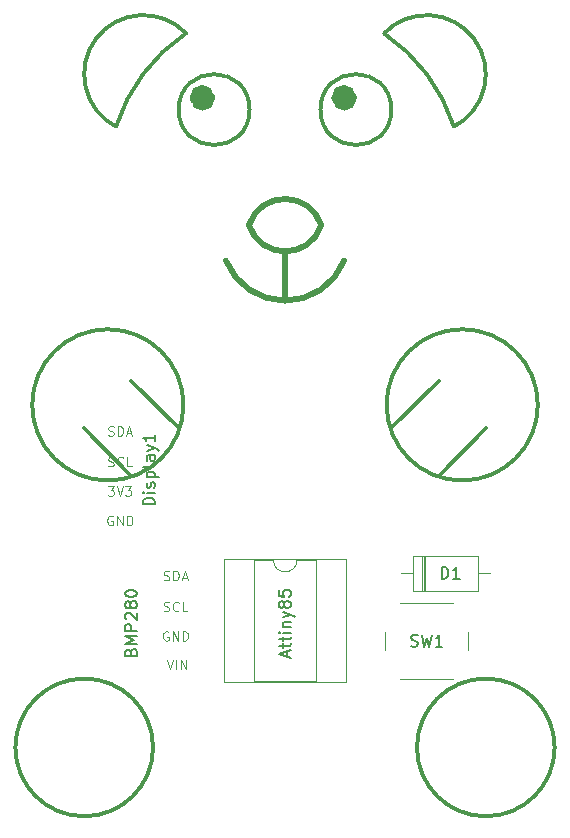
<source format=gbr>
%TF.GenerationSoftware,KiCad,Pcbnew,7.0.2-1.fc38*%
%TF.CreationDate,2023-05-30T17:38:37+02:00*%
%TF.ProjectId,Attiny_termometro,41747469-6e79-45f7-9465-726d6f6d6574,rev?*%
%TF.SameCoordinates,Original*%
%TF.FileFunction,Legend,Top*%
%TF.FilePolarity,Positive*%
%FSLAX46Y46*%
G04 Gerber Fmt 4.6, Leading zero omitted, Abs format (unit mm)*
G04 Created by KiCad (PCBNEW 7.0.2-1.fc38) date 2023-05-30 17:38:37*
%MOMM*%
%LPD*%
G01*
G04 APERTURE LIST*
%ADD10C,0.300000*%
%ADD11C,0.500000*%
%ADD12C,1.075000*%
%ADD13C,0.150000*%
%ADD14C,0.100000*%
%ADD15C,0.120000*%
G04 APERTURE END LIST*
D10*
X107830952Y-123000000D02*
G75*
G03*
X107830952Y-123000000I-5830952J0D01*
G01*
X94000000Y-69000000D02*
G75*
G03*
X94000000Y-69000000I-3000000J0D01*
G01*
X106403124Y-94000000D02*
G75*
G03*
X106403124Y-94000000I-6403124J0D01*
G01*
X76627850Y-62552044D02*
G75*
G03*
X70690000Y-70440000I-3627850J-3447956D01*
G01*
D11*
X85000000Y-81000000D02*
X85004012Y-85178838D01*
D10*
X99288184Y-70446470D02*
G75*
G03*
X93380001Y-62550001I-2288184J4446470D01*
G01*
D12*
X90537500Y-68000000D02*
G75*
G03*
X90537500Y-68000000I-537500J0D01*
G01*
D11*
X88071849Y-78793681D02*
G75*
G03*
X81942872Y-78773293I-3067849J-1000019D01*
G01*
X80004014Y-81793674D02*
G75*
G03*
X90004010Y-81793674I4999998J2000000D01*
G01*
D10*
X82000000Y-69000000D02*
G75*
G03*
X82000000Y-69000000I-3000000J0D01*
G01*
X76000000Y-96000000D02*
X72000000Y-92000000D01*
X98000000Y-100000000D02*
X102000000Y-96000000D01*
X76618087Y-62537528D02*
G75*
G03*
X70690001Y-70440000I8381913J-12462472D01*
G01*
D12*
X78537500Y-68000000D02*
G75*
G03*
X78537500Y-68000000I-537500J0D01*
G01*
D10*
X72000000Y-100000000D02*
X68000000Y-96000000D01*
D11*
X81942872Y-78773293D02*
G75*
G03*
X88071870Y-78793674I3067858J1000003D01*
G01*
D10*
X76403124Y-94000000D02*
G75*
G03*
X76403124Y-94000000I-6403124J0D01*
G01*
X99298983Y-70443030D02*
G75*
G03*
X93380001Y-62550001I-14298983J-4556970D01*
G01*
X94000000Y-96000000D02*
X98000000Y-92000000D01*
X73830952Y-123000000D02*
G75*
G03*
X73830952Y-123000000I-5830952J0D01*
G01*
D13*
%TO.C,Display1*%
X73962619Y-102428571D02*
X72962619Y-102428571D01*
X72962619Y-102428571D02*
X72962619Y-102190476D01*
X72962619Y-102190476D02*
X73010238Y-102047619D01*
X73010238Y-102047619D02*
X73105476Y-101952381D01*
X73105476Y-101952381D02*
X73200714Y-101904762D01*
X73200714Y-101904762D02*
X73391190Y-101857143D01*
X73391190Y-101857143D02*
X73534047Y-101857143D01*
X73534047Y-101857143D02*
X73724523Y-101904762D01*
X73724523Y-101904762D02*
X73819761Y-101952381D01*
X73819761Y-101952381D02*
X73915000Y-102047619D01*
X73915000Y-102047619D02*
X73962619Y-102190476D01*
X73962619Y-102190476D02*
X73962619Y-102428571D01*
X73962619Y-101428571D02*
X73295952Y-101428571D01*
X72962619Y-101428571D02*
X73010238Y-101476190D01*
X73010238Y-101476190D02*
X73057857Y-101428571D01*
X73057857Y-101428571D02*
X73010238Y-101380952D01*
X73010238Y-101380952D02*
X72962619Y-101428571D01*
X72962619Y-101428571D02*
X73057857Y-101428571D01*
X73915000Y-101000000D02*
X73962619Y-100904762D01*
X73962619Y-100904762D02*
X73962619Y-100714286D01*
X73962619Y-100714286D02*
X73915000Y-100619048D01*
X73915000Y-100619048D02*
X73819761Y-100571429D01*
X73819761Y-100571429D02*
X73772142Y-100571429D01*
X73772142Y-100571429D02*
X73676904Y-100619048D01*
X73676904Y-100619048D02*
X73629285Y-100714286D01*
X73629285Y-100714286D02*
X73629285Y-100857143D01*
X73629285Y-100857143D02*
X73581666Y-100952381D01*
X73581666Y-100952381D02*
X73486428Y-101000000D01*
X73486428Y-101000000D02*
X73438809Y-101000000D01*
X73438809Y-101000000D02*
X73343571Y-100952381D01*
X73343571Y-100952381D02*
X73295952Y-100857143D01*
X73295952Y-100857143D02*
X73295952Y-100714286D01*
X73295952Y-100714286D02*
X73343571Y-100619048D01*
X73295952Y-100142857D02*
X74295952Y-100142857D01*
X73343571Y-100142857D02*
X73295952Y-100047619D01*
X73295952Y-100047619D02*
X73295952Y-99857143D01*
X73295952Y-99857143D02*
X73343571Y-99761905D01*
X73343571Y-99761905D02*
X73391190Y-99714286D01*
X73391190Y-99714286D02*
X73486428Y-99666667D01*
X73486428Y-99666667D02*
X73772142Y-99666667D01*
X73772142Y-99666667D02*
X73867380Y-99714286D01*
X73867380Y-99714286D02*
X73915000Y-99761905D01*
X73915000Y-99761905D02*
X73962619Y-99857143D01*
X73962619Y-99857143D02*
X73962619Y-100047619D01*
X73962619Y-100047619D02*
X73915000Y-100142857D01*
X73962619Y-99095238D02*
X73915000Y-99190476D01*
X73915000Y-99190476D02*
X73819761Y-99238095D01*
X73819761Y-99238095D02*
X72962619Y-99238095D01*
X73962619Y-98285714D02*
X73438809Y-98285714D01*
X73438809Y-98285714D02*
X73343571Y-98333333D01*
X73343571Y-98333333D02*
X73295952Y-98428571D01*
X73295952Y-98428571D02*
X73295952Y-98619047D01*
X73295952Y-98619047D02*
X73343571Y-98714285D01*
X73915000Y-98285714D02*
X73962619Y-98380952D01*
X73962619Y-98380952D02*
X73962619Y-98619047D01*
X73962619Y-98619047D02*
X73915000Y-98714285D01*
X73915000Y-98714285D02*
X73819761Y-98761904D01*
X73819761Y-98761904D02*
X73724523Y-98761904D01*
X73724523Y-98761904D02*
X73629285Y-98714285D01*
X73629285Y-98714285D02*
X73581666Y-98619047D01*
X73581666Y-98619047D02*
X73581666Y-98380952D01*
X73581666Y-98380952D02*
X73534047Y-98285714D01*
X73295952Y-97904761D02*
X73962619Y-97666666D01*
X73295952Y-97428571D02*
X73962619Y-97666666D01*
X73962619Y-97666666D02*
X74200714Y-97761904D01*
X74200714Y-97761904D02*
X74248333Y-97809523D01*
X74248333Y-97809523D02*
X74295952Y-97904761D01*
X73962619Y-96523809D02*
X73962619Y-97095237D01*
X73962619Y-96809523D02*
X72962619Y-96809523D01*
X72962619Y-96809523D02*
X73105476Y-96904761D01*
X73105476Y-96904761D02*
X73200714Y-96999999D01*
X73200714Y-96999999D02*
X73248333Y-97095237D01*
D14*
X70409523Y-103440190D02*
X70333333Y-103402095D01*
X70333333Y-103402095D02*
X70219047Y-103402095D01*
X70219047Y-103402095D02*
X70104761Y-103440190D01*
X70104761Y-103440190D02*
X70028571Y-103516380D01*
X70028571Y-103516380D02*
X69990476Y-103592571D01*
X69990476Y-103592571D02*
X69952380Y-103744952D01*
X69952380Y-103744952D02*
X69952380Y-103859238D01*
X69952380Y-103859238D02*
X69990476Y-104011619D01*
X69990476Y-104011619D02*
X70028571Y-104087809D01*
X70028571Y-104087809D02*
X70104761Y-104164000D01*
X70104761Y-104164000D02*
X70219047Y-104202095D01*
X70219047Y-104202095D02*
X70295238Y-104202095D01*
X70295238Y-104202095D02*
X70409523Y-104164000D01*
X70409523Y-104164000D02*
X70447619Y-104125904D01*
X70447619Y-104125904D02*
X70447619Y-103859238D01*
X70447619Y-103859238D02*
X70295238Y-103859238D01*
X70790476Y-104202095D02*
X70790476Y-103402095D01*
X70790476Y-103402095D02*
X71247619Y-104202095D01*
X71247619Y-104202095D02*
X71247619Y-103402095D01*
X71628571Y-104202095D02*
X71628571Y-103402095D01*
X71628571Y-103402095D02*
X71819047Y-103402095D01*
X71819047Y-103402095D02*
X71933333Y-103440190D01*
X71933333Y-103440190D02*
X72009523Y-103516380D01*
X72009523Y-103516380D02*
X72047618Y-103592571D01*
X72047618Y-103592571D02*
X72085714Y-103744952D01*
X72085714Y-103744952D02*
X72085714Y-103859238D01*
X72085714Y-103859238D02*
X72047618Y-104011619D01*
X72047618Y-104011619D02*
X72009523Y-104087809D01*
X72009523Y-104087809D02*
X71933333Y-104164000D01*
X71933333Y-104164000D02*
X71819047Y-104202095D01*
X71819047Y-104202095D02*
X71628571Y-104202095D01*
X70052380Y-99164000D02*
X70166666Y-99202095D01*
X70166666Y-99202095D02*
X70357142Y-99202095D01*
X70357142Y-99202095D02*
X70433333Y-99164000D01*
X70433333Y-99164000D02*
X70471428Y-99125904D01*
X70471428Y-99125904D02*
X70509523Y-99049714D01*
X70509523Y-99049714D02*
X70509523Y-98973523D01*
X70509523Y-98973523D02*
X70471428Y-98897333D01*
X70471428Y-98897333D02*
X70433333Y-98859238D01*
X70433333Y-98859238D02*
X70357142Y-98821142D01*
X70357142Y-98821142D02*
X70204761Y-98783047D01*
X70204761Y-98783047D02*
X70128571Y-98744952D01*
X70128571Y-98744952D02*
X70090476Y-98706857D01*
X70090476Y-98706857D02*
X70052380Y-98630666D01*
X70052380Y-98630666D02*
X70052380Y-98554476D01*
X70052380Y-98554476D02*
X70090476Y-98478285D01*
X70090476Y-98478285D02*
X70128571Y-98440190D01*
X70128571Y-98440190D02*
X70204761Y-98402095D01*
X70204761Y-98402095D02*
X70395238Y-98402095D01*
X70395238Y-98402095D02*
X70509523Y-98440190D01*
X71309524Y-99125904D02*
X71271428Y-99164000D01*
X71271428Y-99164000D02*
X71157143Y-99202095D01*
X71157143Y-99202095D02*
X71080952Y-99202095D01*
X71080952Y-99202095D02*
X70966666Y-99164000D01*
X70966666Y-99164000D02*
X70890476Y-99087809D01*
X70890476Y-99087809D02*
X70852381Y-99011619D01*
X70852381Y-99011619D02*
X70814285Y-98859238D01*
X70814285Y-98859238D02*
X70814285Y-98744952D01*
X70814285Y-98744952D02*
X70852381Y-98592571D01*
X70852381Y-98592571D02*
X70890476Y-98516380D01*
X70890476Y-98516380D02*
X70966666Y-98440190D01*
X70966666Y-98440190D02*
X71080952Y-98402095D01*
X71080952Y-98402095D02*
X71157143Y-98402095D01*
X71157143Y-98402095D02*
X71271428Y-98440190D01*
X71271428Y-98440190D02*
X71309524Y-98478285D01*
X72033333Y-99202095D02*
X71652381Y-99202095D01*
X71652381Y-99202095D02*
X71652381Y-98402095D01*
X70052380Y-96564000D02*
X70166666Y-96602095D01*
X70166666Y-96602095D02*
X70357142Y-96602095D01*
X70357142Y-96602095D02*
X70433333Y-96564000D01*
X70433333Y-96564000D02*
X70471428Y-96525904D01*
X70471428Y-96525904D02*
X70509523Y-96449714D01*
X70509523Y-96449714D02*
X70509523Y-96373523D01*
X70509523Y-96373523D02*
X70471428Y-96297333D01*
X70471428Y-96297333D02*
X70433333Y-96259238D01*
X70433333Y-96259238D02*
X70357142Y-96221142D01*
X70357142Y-96221142D02*
X70204761Y-96183047D01*
X70204761Y-96183047D02*
X70128571Y-96144952D01*
X70128571Y-96144952D02*
X70090476Y-96106857D01*
X70090476Y-96106857D02*
X70052380Y-96030666D01*
X70052380Y-96030666D02*
X70052380Y-95954476D01*
X70052380Y-95954476D02*
X70090476Y-95878285D01*
X70090476Y-95878285D02*
X70128571Y-95840190D01*
X70128571Y-95840190D02*
X70204761Y-95802095D01*
X70204761Y-95802095D02*
X70395238Y-95802095D01*
X70395238Y-95802095D02*
X70509523Y-95840190D01*
X70852381Y-96602095D02*
X70852381Y-95802095D01*
X70852381Y-95802095D02*
X71042857Y-95802095D01*
X71042857Y-95802095D02*
X71157143Y-95840190D01*
X71157143Y-95840190D02*
X71233333Y-95916380D01*
X71233333Y-95916380D02*
X71271428Y-95992571D01*
X71271428Y-95992571D02*
X71309524Y-96144952D01*
X71309524Y-96144952D02*
X71309524Y-96259238D01*
X71309524Y-96259238D02*
X71271428Y-96411619D01*
X71271428Y-96411619D02*
X71233333Y-96487809D01*
X71233333Y-96487809D02*
X71157143Y-96564000D01*
X71157143Y-96564000D02*
X71042857Y-96602095D01*
X71042857Y-96602095D02*
X70852381Y-96602095D01*
X71614285Y-96373523D02*
X71995238Y-96373523D01*
X71538095Y-96602095D02*
X71804762Y-95802095D01*
X71804762Y-95802095D02*
X72071428Y-96602095D01*
X70014285Y-100902095D02*
X70509523Y-100902095D01*
X70509523Y-100902095D02*
X70242857Y-101206857D01*
X70242857Y-101206857D02*
X70357142Y-101206857D01*
X70357142Y-101206857D02*
X70433333Y-101244952D01*
X70433333Y-101244952D02*
X70471428Y-101283047D01*
X70471428Y-101283047D02*
X70509523Y-101359238D01*
X70509523Y-101359238D02*
X70509523Y-101549714D01*
X70509523Y-101549714D02*
X70471428Y-101625904D01*
X70471428Y-101625904D02*
X70433333Y-101664000D01*
X70433333Y-101664000D02*
X70357142Y-101702095D01*
X70357142Y-101702095D02*
X70128571Y-101702095D01*
X70128571Y-101702095D02*
X70052380Y-101664000D01*
X70052380Y-101664000D02*
X70014285Y-101625904D01*
X70738095Y-100902095D02*
X71004762Y-101702095D01*
X71004762Y-101702095D02*
X71271428Y-100902095D01*
X71461904Y-100902095D02*
X71957142Y-100902095D01*
X71957142Y-100902095D02*
X71690476Y-101206857D01*
X71690476Y-101206857D02*
X71804761Y-101206857D01*
X71804761Y-101206857D02*
X71880952Y-101244952D01*
X71880952Y-101244952D02*
X71919047Y-101283047D01*
X71919047Y-101283047D02*
X71957142Y-101359238D01*
X71957142Y-101359238D02*
X71957142Y-101549714D01*
X71957142Y-101549714D02*
X71919047Y-101625904D01*
X71919047Y-101625904D02*
X71880952Y-101664000D01*
X71880952Y-101664000D02*
X71804761Y-101702095D01*
X71804761Y-101702095D02*
X71576190Y-101702095D01*
X71576190Y-101702095D02*
X71499999Y-101664000D01*
X71499999Y-101664000D02*
X71461904Y-101625904D01*
D13*
%TO.C,SW1*%
X95666667Y-114415000D02*
X95809524Y-114462619D01*
X95809524Y-114462619D02*
X96047619Y-114462619D01*
X96047619Y-114462619D02*
X96142857Y-114415000D01*
X96142857Y-114415000D02*
X96190476Y-114367380D01*
X96190476Y-114367380D02*
X96238095Y-114272142D01*
X96238095Y-114272142D02*
X96238095Y-114176904D01*
X96238095Y-114176904D02*
X96190476Y-114081666D01*
X96190476Y-114081666D02*
X96142857Y-114034047D01*
X96142857Y-114034047D02*
X96047619Y-113986428D01*
X96047619Y-113986428D02*
X95857143Y-113938809D01*
X95857143Y-113938809D02*
X95761905Y-113891190D01*
X95761905Y-113891190D02*
X95714286Y-113843571D01*
X95714286Y-113843571D02*
X95666667Y-113748333D01*
X95666667Y-113748333D02*
X95666667Y-113653095D01*
X95666667Y-113653095D02*
X95714286Y-113557857D01*
X95714286Y-113557857D02*
X95761905Y-113510238D01*
X95761905Y-113510238D02*
X95857143Y-113462619D01*
X95857143Y-113462619D02*
X96095238Y-113462619D01*
X96095238Y-113462619D02*
X96238095Y-113510238D01*
X96571429Y-113462619D02*
X96809524Y-114462619D01*
X96809524Y-114462619D02*
X97000000Y-113748333D01*
X97000000Y-113748333D02*
X97190476Y-114462619D01*
X97190476Y-114462619D02*
X97428572Y-113462619D01*
X98333333Y-114462619D02*
X97761905Y-114462619D01*
X98047619Y-114462619D02*
X98047619Y-113462619D01*
X98047619Y-113462619D02*
X97952381Y-113605476D01*
X97952381Y-113605476D02*
X97857143Y-113700714D01*
X97857143Y-113700714D02*
X97761905Y-113748333D01*
%TO.C,BMP280*%
X71938809Y-114928571D02*
X71986428Y-114785714D01*
X71986428Y-114785714D02*
X72034047Y-114738095D01*
X72034047Y-114738095D02*
X72129285Y-114690476D01*
X72129285Y-114690476D02*
X72272142Y-114690476D01*
X72272142Y-114690476D02*
X72367380Y-114738095D01*
X72367380Y-114738095D02*
X72415000Y-114785714D01*
X72415000Y-114785714D02*
X72462619Y-114880952D01*
X72462619Y-114880952D02*
X72462619Y-115261904D01*
X72462619Y-115261904D02*
X71462619Y-115261904D01*
X71462619Y-115261904D02*
X71462619Y-114928571D01*
X71462619Y-114928571D02*
X71510238Y-114833333D01*
X71510238Y-114833333D02*
X71557857Y-114785714D01*
X71557857Y-114785714D02*
X71653095Y-114738095D01*
X71653095Y-114738095D02*
X71748333Y-114738095D01*
X71748333Y-114738095D02*
X71843571Y-114785714D01*
X71843571Y-114785714D02*
X71891190Y-114833333D01*
X71891190Y-114833333D02*
X71938809Y-114928571D01*
X71938809Y-114928571D02*
X71938809Y-115261904D01*
X72462619Y-114261904D02*
X71462619Y-114261904D01*
X71462619Y-114261904D02*
X72176904Y-113928571D01*
X72176904Y-113928571D02*
X71462619Y-113595238D01*
X71462619Y-113595238D02*
X72462619Y-113595238D01*
X72462619Y-113119047D02*
X71462619Y-113119047D01*
X71462619Y-113119047D02*
X71462619Y-112738095D01*
X71462619Y-112738095D02*
X71510238Y-112642857D01*
X71510238Y-112642857D02*
X71557857Y-112595238D01*
X71557857Y-112595238D02*
X71653095Y-112547619D01*
X71653095Y-112547619D02*
X71795952Y-112547619D01*
X71795952Y-112547619D02*
X71891190Y-112595238D01*
X71891190Y-112595238D02*
X71938809Y-112642857D01*
X71938809Y-112642857D02*
X71986428Y-112738095D01*
X71986428Y-112738095D02*
X71986428Y-113119047D01*
X71557857Y-112166666D02*
X71510238Y-112119047D01*
X71510238Y-112119047D02*
X71462619Y-112023809D01*
X71462619Y-112023809D02*
X71462619Y-111785714D01*
X71462619Y-111785714D02*
X71510238Y-111690476D01*
X71510238Y-111690476D02*
X71557857Y-111642857D01*
X71557857Y-111642857D02*
X71653095Y-111595238D01*
X71653095Y-111595238D02*
X71748333Y-111595238D01*
X71748333Y-111595238D02*
X71891190Y-111642857D01*
X71891190Y-111642857D02*
X72462619Y-112214285D01*
X72462619Y-112214285D02*
X72462619Y-111595238D01*
X71891190Y-111023809D02*
X71843571Y-111119047D01*
X71843571Y-111119047D02*
X71795952Y-111166666D01*
X71795952Y-111166666D02*
X71700714Y-111214285D01*
X71700714Y-111214285D02*
X71653095Y-111214285D01*
X71653095Y-111214285D02*
X71557857Y-111166666D01*
X71557857Y-111166666D02*
X71510238Y-111119047D01*
X71510238Y-111119047D02*
X71462619Y-111023809D01*
X71462619Y-111023809D02*
X71462619Y-110833333D01*
X71462619Y-110833333D02*
X71510238Y-110738095D01*
X71510238Y-110738095D02*
X71557857Y-110690476D01*
X71557857Y-110690476D02*
X71653095Y-110642857D01*
X71653095Y-110642857D02*
X71700714Y-110642857D01*
X71700714Y-110642857D02*
X71795952Y-110690476D01*
X71795952Y-110690476D02*
X71843571Y-110738095D01*
X71843571Y-110738095D02*
X71891190Y-110833333D01*
X71891190Y-110833333D02*
X71891190Y-111023809D01*
X71891190Y-111023809D02*
X71938809Y-111119047D01*
X71938809Y-111119047D02*
X71986428Y-111166666D01*
X71986428Y-111166666D02*
X72081666Y-111214285D01*
X72081666Y-111214285D02*
X72272142Y-111214285D01*
X72272142Y-111214285D02*
X72367380Y-111166666D01*
X72367380Y-111166666D02*
X72415000Y-111119047D01*
X72415000Y-111119047D02*
X72462619Y-111023809D01*
X72462619Y-111023809D02*
X72462619Y-110833333D01*
X72462619Y-110833333D02*
X72415000Y-110738095D01*
X72415000Y-110738095D02*
X72367380Y-110690476D01*
X72367380Y-110690476D02*
X72272142Y-110642857D01*
X72272142Y-110642857D02*
X72081666Y-110642857D01*
X72081666Y-110642857D02*
X71986428Y-110690476D01*
X71986428Y-110690476D02*
X71938809Y-110738095D01*
X71938809Y-110738095D02*
X71891190Y-110833333D01*
X71462619Y-110023809D02*
X71462619Y-109928571D01*
X71462619Y-109928571D02*
X71510238Y-109833333D01*
X71510238Y-109833333D02*
X71557857Y-109785714D01*
X71557857Y-109785714D02*
X71653095Y-109738095D01*
X71653095Y-109738095D02*
X71843571Y-109690476D01*
X71843571Y-109690476D02*
X72081666Y-109690476D01*
X72081666Y-109690476D02*
X72272142Y-109738095D01*
X72272142Y-109738095D02*
X72367380Y-109785714D01*
X72367380Y-109785714D02*
X72415000Y-109833333D01*
X72415000Y-109833333D02*
X72462619Y-109928571D01*
X72462619Y-109928571D02*
X72462619Y-110023809D01*
X72462619Y-110023809D02*
X72415000Y-110119047D01*
X72415000Y-110119047D02*
X72367380Y-110166666D01*
X72367380Y-110166666D02*
X72272142Y-110214285D01*
X72272142Y-110214285D02*
X72081666Y-110261904D01*
X72081666Y-110261904D02*
X71843571Y-110261904D01*
X71843571Y-110261904D02*
X71653095Y-110214285D01*
X71653095Y-110214285D02*
X71557857Y-110166666D01*
X71557857Y-110166666D02*
X71510238Y-110119047D01*
X71510238Y-110119047D02*
X71462619Y-110023809D01*
D14*
X74976190Y-115562095D02*
X75242857Y-116362095D01*
X75242857Y-116362095D02*
X75509523Y-115562095D01*
X75776190Y-116362095D02*
X75776190Y-115562095D01*
X76157142Y-116362095D02*
X76157142Y-115562095D01*
X76157142Y-115562095D02*
X76614285Y-116362095D01*
X76614285Y-116362095D02*
X76614285Y-115562095D01*
X74752380Y-111424000D02*
X74866666Y-111462095D01*
X74866666Y-111462095D02*
X75057142Y-111462095D01*
X75057142Y-111462095D02*
X75133333Y-111424000D01*
X75133333Y-111424000D02*
X75171428Y-111385904D01*
X75171428Y-111385904D02*
X75209523Y-111309714D01*
X75209523Y-111309714D02*
X75209523Y-111233523D01*
X75209523Y-111233523D02*
X75171428Y-111157333D01*
X75171428Y-111157333D02*
X75133333Y-111119238D01*
X75133333Y-111119238D02*
X75057142Y-111081142D01*
X75057142Y-111081142D02*
X74904761Y-111043047D01*
X74904761Y-111043047D02*
X74828571Y-111004952D01*
X74828571Y-111004952D02*
X74790476Y-110966857D01*
X74790476Y-110966857D02*
X74752380Y-110890666D01*
X74752380Y-110890666D02*
X74752380Y-110814476D01*
X74752380Y-110814476D02*
X74790476Y-110738285D01*
X74790476Y-110738285D02*
X74828571Y-110700190D01*
X74828571Y-110700190D02*
X74904761Y-110662095D01*
X74904761Y-110662095D02*
X75095238Y-110662095D01*
X75095238Y-110662095D02*
X75209523Y-110700190D01*
X76009524Y-111385904D02*
X75971428Y-111424000D01*
X75971428Y-111424000D02*
X75857143Y-111462095D01*
X75857143Y-111462095D02*
X75780952Y-111462095D01*
X75780952Y-111462095D02*
X75666666Y-111424000D01*
X75666666Y-111424000D02*
X75590476Y-111347809D01*
X75590476Y-111347809D02*
X75552381Y-111271619D01*
X75552381Y-111271619D02*
X75514285Y-111119238D01*
X75514285Y-111119238D02*
X75514285Y-111004952D01*
X75514285Y-111004952D02*
X75552381Y-110852571D01*
X75552381Y-110852571D02*
X75590476Y-110776380D01*
X75590476Y-110776380D02*
X75666666Y-110700190D01*
X75666666Y-110700190D02*
X75780952Y-110662095D01*
X75780952Y-110662095D02*
X75857143Y-110662095D01*
X75857143Y-110662095D02*
X75971428Y-110700190D01*
X75971428Y-110700190D02*
X76009524Y-110738285D01*
X76733333Y-111462095D02*
X76352381Y-111462095D01*
X76352381Y-111462095D02*
X76352381Y-110662095D01*
X74752380Y-108824000D02*
X74866666Y-108862095D01*
X74866666Y-108862095D02*
X75057142Y-108862095D01*
X75057142Y-108862095D02*
X75133333Y-108824000D01*
X75133333Y-108824000D02*
X75171428Y-108785904D01*
X75171428Y-108785904D02*
X75209523Y-108709714D01*
X75209523Y-108709714D02*
X75209523Y-108633523D01*
X75209523Y-108633523D02*
X75171428Y-108557333D01*
X75171428Y-108557333D02*
X75133333Y-108519238D01*
X75133333Y-108519238D02*
X75057142Y-108481142D01*
X75057142Y-108481142D02*
X74904761Y-108443047D01*
X74904761Y-108443047D02*
X74828571Y-108404952D01*
X74828571Y-108404952D02*
X74790476Y-108366857D01*
X74790476Y-108366857D02*
X74752380Y-108290666D01*
X74752380Y-108290666D02*
X74752380Y-108214476D01*
X74752380Y-108214476D02*
X74790476Y-108138285D01*
X74790476Y-108138285D02*
X74828571Y-108100190D01*
X74828571Y-108100190D02*
X74904761Y-108062095D01*
X74904761Y-108062095D02*
X75095238Y-108062095D01*
X75095238Y-108062095D02*
X75209523Y-108100190D01*
X75552381Y-108862095D02*
X75552381Y-108062095D01*
X75552381Y-108062095D02*
X75742857Y-108062095D01*
X75742857Y-108062095D02*
X75857143Y-108100190D01*
X75857143Y-108100190D02*
X75933333Y-108176380D01*
X75933333Y-108176380D02*
X75971428Y-108252571D01*
X75971428Y-108252571D02*
X76009524Y-108404952D01*
X76009524Y-108404952D02*
X76009524Y-108519238D01*
X76009524Y-108519238D02*
X75971428Y-108671619D01*
X75971428Y-108671619D02*
X75933333Y-108747809D01*
X75933333Y-108747809D02*
X75857143Y-108824000D01*
X75857143Y-108824000D02*
X75742857Y-108862095D01*
X75742857Y-108862095D02*
X75552381Y-108862095D01*
X76314285Y-108633523D02*
X76695238Y-108633523D01*
X76238095Y-108862095D02*
X76504762Y-108062095D01*
X76504762Y-108062095D02*
X76771428Y-108862095D01*
X75109523Y-113200190D02*
X75033333Y-113162095D01*
X75033333Y-113162095D02*
X74919047Y-113162095D01*
X74919047Y-113162095D02*
X74804761Y-113200190D01*
X74804761Y-113200190D02*
X74728571Y-113276380D01*
X74728571Y-113276380D02*
X74690476Y-113352571D01*
X74690476Y-113352571D02*
X74652380Y-113504952D01*
X74652380Y-113504952D02*
X74652380Y-113619238D01*
X74652380Y-113619238D02*
X74690476Y-113771619D01*
X74690476Y-113771619D02*
X74728571Y-113847809D01*
X74728571Y-113847809D02*
X74804761Y-113924000D01*
X74804761Y-113924000D02*
X74919047Y-113962095D01*
X74919047Y-113962095D02*
X74995238Y-113962095D01*
X74995238Y-113962095D02*
X75109523Y-113924000D01*
X75109523Y-113924000D02*
X75147619Y-113885904D01*
X75147619Y-113885904D02*
X75147619Y-113619238D01*
X75147619Y-113619238D02*
X74995238Y-113619238D01*
X75490476Y-113962095D02*
X75490476Y-113162095D01*
X75490476Y-113162095D02*
X75947619Y-113962095D01*
X75947619Y-113962095D02*
X75947619Y-113162095D01*
X76328571Y-113962095D02*
X76328571Y-113162095D01*
X76328571Y-113162095D02*
X76519047Y-113162095D01*
X76519047Y-113162095D02*
X76633333Y-113200190D01*
X76633333Y-113200190D02*
X76709523Y-113276380D01*
X76709523Y-113276380D02*
X76747618Y-113352571D01*
X76747618Y-113352571D02*
X76785714Y-113504952D01*
X76785714Y-113504952D02*
X76785714Y-113619238D01*
X76785714Y-113619238D02*
X76747618Y-113771619D01*
X76747618Y-113771619D02*
X76709523Y-113847809D01*
X76709523Y-113847809D02*
X76633333Y-113924000D01*
X76633333Y-113924000D02*
X76519047Y-113962095D01*
X76519047Y-113962095D02*
X76328571Y-113962095D01*
D13*
%TO.C,D1*%
X98261905Y-108712619D02*
X98261905Y-107712619D01*
X98261905Y-107712619D02*
X98500000Y-107712619D01*
X98500000Y-107712619D02*
X98642857Y-107760238D01*
X98642857Y-107760238D02*
X98738095Y-107855476D01*
X98738095Y-107855476D02*
X98785714Y-107950714D01*
X98785714Y-107950714D02*
X98833333Y-108141190D01*
X98833333Y-108141190D02*
X98833333Y-108284047D01*
X98833333Y-108284047D02*
X98785714Y-108474523D01*
X98785714Y-108474523D02*
X98738095Y-108569761D01*
X98738095Y-108569761D02*
X98642857Y-108665000D01*
X98642857Y-108665000D02*
X98500000Y-108712619D01*
X98500000Y-108712619D02*
X98261905Y-108712619D01*
X99785714Y-108712619D02*
X99214286Y-108712619D01*
X99500000Y-108712619D02*
X99500000Y-107712619D01*
X99500000Y-107712619D02*
X99404762Y-107855476D01*
X99404762Y-107855476D02*
X99309524Y-107950714D01*
X99309524Y-107950714D02*
X99214286Y-107998333D01*
%TO.C,Attiny85*%
X85186904Y-115333333D02*
X85186904Y-114857143D01*
X85472619Y-115428571D02*
X84472619Y-115095238D01*
X84472619Y-115095238D02*
X85472619Y-114761905D01*
X84805952Y-114571428D02*
X84805952Y-114190476D01*
X84472619Y-114428571D02*
X85329761Y-114428571D01*
X85329761Y-114428571D02*
X85425000Y-114380952D01*
X85425000Y-114380952D02*
X85472619Y-114285714D01*
X85472619Y-114285714D02*
X85472619Y-114190476D01*
X84805952Y-113999999D02*
X84805952Y-113619047D01*
X84472619Y-113857142D02*
X85329761Y-113857142D01*
X85329761Y-113857142D02*
X85425000Y-113809523D01*
X85425000Y-113809523D02*
X85472619Y-113714285D01*
X85472619Y-113714285D02*
X85472619Y-113619047D01*
X85472619Y-113285713D02*
X84805952Y-113285713D01*
X84472619Y-113285713D02*
X84520238Y-113333332D01*
X84520238Y-113333332D02*
X84567857Y-113285713D01*
X84567857Y-113285713D02*
X84520238Y-113238094D01*
X84520238Y-113238094D02*
X84472619Y-113285713D01*
X84472619Y-113285713D02*
X84567857Y-113285713D01*
X84805952Y-112809523D02*
X85472619Y-112809523D01*
X84901190Y-112809523D02*
X84853571Y-112761904D01*
X84853571Y-112761904D02*
X84805952Y-112666666D01*
X84805952Y-112666666D02*
X84805952Y-112523809D01*
X84805952Y-112523809D02*
X84853571Y-112428571D01*
X84853571Y-112428571D02*
X84948809Y-112380952D01*
X84948809Y-112380952D02*
X85472619Y-112380952D01*
X84805952Y-111999999D02*
X85472619Y-111761904D01*
X84805952Y-111523809D02*
X85472619Y-111761904D01*
X85472619Y-111761904D02*
X85710714Y-111857142D01*
X85710714Y-111857142D02*
X85758333Y-111904761D01*
X85758333Y-111904761D02*
X85805952Y-111999999D01*
X84901190Y-110999999D02*
X84853571Y-111095237D01*
X84853571Y-111095237D02*
X84805952Y-111142856D01*
X84805952Y-111142856D02*
X84710714Y-111190475D01*
X84710714Y-111190475D02*
X84663095Y-111190475D01*
X84663095Y-111190475D02*
X84567857Y-111142856D01*
X84567857Y-111142856D02*
X84520238Y-111095237D01*
X84520238Y-111095237D02*
X84472619Y-110999999D01*
X84472619Y-110999999D02*
X84472619Y-110809523D01*
X84472619Y-110809523D02*
X84520238Y-110714285D01*
X84520238Y-110714285D02*
X84567857Y-110666666D01*
X84567857Y-110666666D02*
X84663095Y-110619047D01*
X84663095Y-110619047D02*
X84710714Y-110619047D01*
X84710714Y-110619047D02*
X84805952Y-110666666D01*
X84805952Y-110666666D02*
X84853571Y-110714285D01*
X84853571Y-110714285D02*
X84901190Y-110809523D01*
X84901190Y-110809523D02*
X84901190Y-110999999D01*
X84901190Y-110999999D02*
X84948809Y-111095237D01*
X84948809Y-111095237D02*
X84996428Y-111142856D01*
X84996428Y-111142856D02*
X85091666Y-111190475D01*
X85091666Y-111190475D02*
X85282142Y-111190475D01*
X85282142Y-111190475D02*
X85377380Y-111142856D01*
X85377380Y-111142856D02*
X85425000Y-111095237D01*
X85425000Y-111095237D02*
X85472619Y-110999999D01*
X85472619Y-110999999D02*
X85472619Y-110809523D01*
X85472619Y-110809523D02*
X85425000Y-110714285D01*
X85425000Y-110714285D02*
X85377380Y-110666666D01*
X85377380Y-110666666D02*
X85282142Y-110619047D01*
X85282142Y-110619047D02*
X85091666Y-110619047D01*
X85091666Y-110619047D02*
X84996428Y-110666666D01*
X84996428Y-110666666D02*
X84948809Y-110714285D01*
X84948809Y-110714285D02*
X84901190Y-110809523D01*
X84472619Y-109714285D02*
X84472619Y-110190475D01*
X84472619Y-110190475D02*
X84948809Y-110238094D01*
X84948809Y-110238094D02*
X84901190Y-110190475D01*
X84901190Y-110190475D02*
X84853571Y-110095237D01*
X84853571Y-110095237D02*
X84853571Y-109857142D01*
X84853571Y-109857142D02*
X84901190Y-109761904D01*
X84901190Y-109761904D02*
X84948809Y-109714285D01*
X84948809Y-109714285D02*
X85044047Y-109666666D01*
X85044047Y-109666666D02*
X85282142Y-109666666D01*
X85282142Y-109666666D02*
X85377380Y-109714285D01*
X85377380Y-109714285D02*
X85425000Y-109761904D01*
X85425000Y-109761904D02*
X85472619Y-109857142D01*
X85472619Y-109857142D02*
X85472619Y-110095237D01*
X85472619Y-110095237D02*
X85425000Y-110190475D01*
X85425000Y-110190475D02*
X85377380Y-110238094D01*
D15*
%TO.C,SW1*%
X100500000Y-114750000D02*
X100500000Y-113250000D01*
X99250000Y-110750000D02*
X94750000Y-110750000D01*
X94750000Y-117250000D02*
X99250000Y-117250000D01*
X93500000Y-113250000D02*
X93500000Y-114750000D01*
%TO.C,D1*%
X94840000Y-108250000D02*
X95860000Y-108250000D01*
X95860000Y-106780000D02*
X95860000Y-109720000D01*
X95860000Y-109720000D02*
X101300000Y-109720000D01*
X96640000Y-106780000D02*
X96640000Y-109720000D01*
X96760000Y-106780000D02*
X96760000Y-109720000D01*
X96880000Y-106780000D02*
X96880000Y-109720000D01*
X101300000Y-106780000D02*
X95860000Y-106780000D01*
X101300000Y-109720000D02*
X101300000Y-106780000D01*
X102320000Y-108250000D02*
X101300000Y-108250000D01*
%TO.C,Attiny85*%
X79870000Y-107070000D02*
X79870000Y-117470000D01*
X79870000Y-117470000D02*
X90150000Y-117470000D01*
X82360000Y-107130000D02*
X82360000Y-117410000D01*
X82360000Y-117410000D02*
X87660000Y-117410000D01*
X84010000Y-107130000D02*
X82360000Y-107130000D01*
X87660000Y-107130000D02*
X86010000Y-107130000D01*
X87660000Y-117410000D02*
X87660000Y-107130000D01*
X90150000Y-107070000D02*
X79870000Y-107070000D01*
X90150000Y-117470000D02*
X90150000Y-107070000D01*
X84010000Y-107130000D02*
G75*
G03*
X86010000Y-107130000I1000000J0D01*
G01*
%TD*%
M02*

</source>
